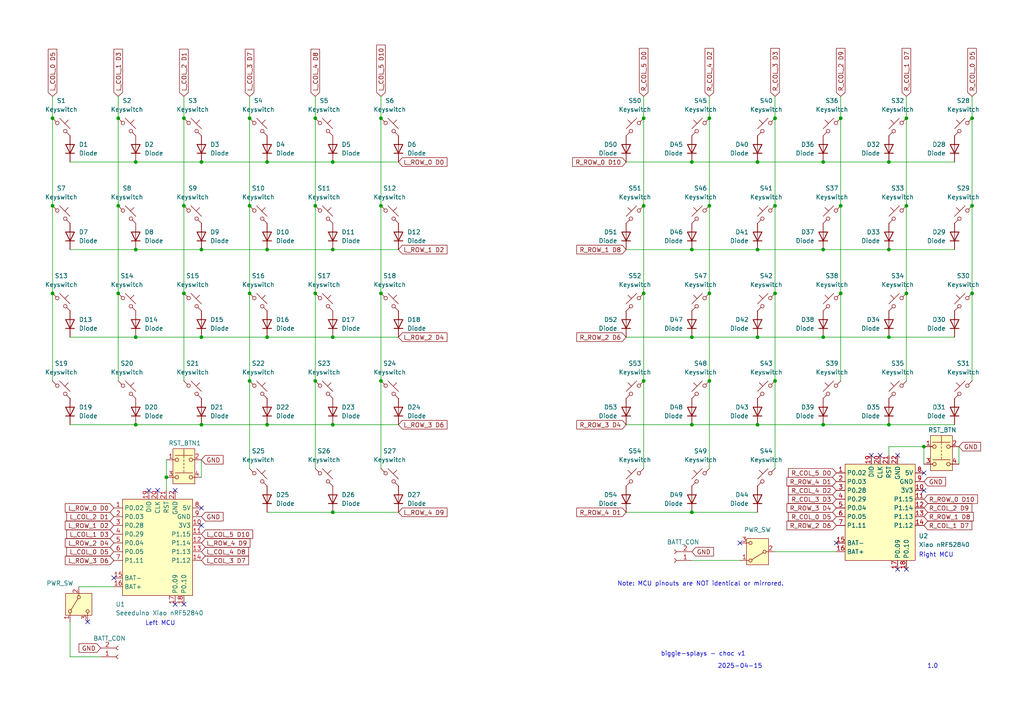
<source format=kicad_sch>
(kicad_sch (version 20250114) (generator "eeschema") (generator_version "9.0")
  (paper "A4")
  (text "Note: MCU pinouts are NOT identical or mirrored." (at 203.2 169.418 0) (effects (font (size 1.27 1.27))))
  (text "Left MCU" (at 46.482 180.848 0) (effects (font (size 1.27 1.27))))
  (text "2025-04-15" (at 214.63 193.294 0) (effects (font (size 1.27 1.27))))
  (text "biggie-splays - choc v1" (at 203.962 189.738 0) (effects (font (size 1.27 1.27))))
  (text "Right MCU" (at 271.526 161.036 0) (effects (font (size 1.27 1.27))))
  (text "1.0" (at 270.51 193.294 0) (effects (font (size 1.27 1.27))))
  (junction (at 53.34 34.29))
  (junction (at 39.37 97.79))
  (junction (at 110.49 34.29))
  (junction (at 96.52 72.39))
  (junction (at 243.84 34.29))
  (junction (at 96.52 46.99))
  (junction (at 58.42 123.19))
  (junction (at 48.26 138.43))
  (junction (at 34.29 34.29))
  (junction (at 262.89 34.29))
  (junction (at 200.66 72.39))
  (junction (at 200.66 123.19))
  (junction (at 257.81 97.79))
  (junction (at 281.94 59.69))
  (junction (at 243.84 85.09))
  (junction (at 186.69 59.69))
  (junction (at 200.66 148.59))
  (junction (at 243.84 59.69))
  (junction (at 224.79 59.69))
  (junction (at 53.34 59.69))
  (junction (at 72.39 85.09))
  (junction (at 72.39 59.69))
  (junction (at 205.74 59.69))
  (junction (at 96.52 123.19))
  (junction (at 186.69 34.29))
  (junction (at 34.29 85.09))
  (junction (at 15.24 34.29))
  (junction (at 205.74 85.09))
  (junction (at 39.37 123.19))
  (junction (at 77.47 97.79))
  (junction (at 267.97 129.54))
  (junction (at 205.74 34.29))
  (junction (at 205.74 110.49))
  (junction (at 224.79 110.49))
  (junction (at 72.39 110.49))
  (junction (at 96.52 97.79))
  (junction (at 219.71 72.39))
  (junction (at 58.42 97.79))
  (junction (at 91.44 34.29))
  (junction (at 219.71 97.79))
  (junction (at 34.29 59.69))
  (junction (at 186.69 85.09))
  (junction (at 72.39 34.29))
  (junction (at 224.79 34.29))
  (junction (at 281.94 34.29))
  (junction (at 77.47 46.99))
  (junction (at 39.37 46.99))
  (junction (at 15.24 85.09))
  (junction (at 91.44 110.49))
  (junction (at 200.66 46.99))
  (junction (at 77.47 123.19))
  (junction (at 257.81 72.39))
  (junction (at 219.71 123.19))
  (junction (at 257.81 46.99))
  (junction (at 110.49 59.69))
  (junction (at 91.44 85.09))
  (junction (at 77.47 72.39))
  (junction (at 262.89 85.09))
  (junction (at 219.71 46.99))
  (junction (at 238.76 72.39))
  (junction (at 238.76 46.99))
  (junction (at 238.76 123.19))
  (junction (at 281.94 85.09))
  (junction (at 262.89 59.69))
  (junction (at 224.79 85.09))
  (junction (at 96.52 148.59))
  (junction (at 110.49 85.09))
  (junction (at 91.44 59.69))
  (junction (at 257.81 123.19))
  (junction (at 58.42 72.39))
  (junction (at 58.42 46.99))
  (junction (at 39.37 72.39))
  (junction (at 200.66 97.79))
  (junction (at 15.24 59.69))
  (junction (at 186.69 110.49))
  (junction (at 53.34 85.09))
  (junction (at 110.49 110.49))
  (junction (at 238.76 97.79))
  (no_connect (at 58.42 147.32))
  (no_connect (at 255.27 132.08))
  (no_connect (at 25.4 180.34))
  (no_connect (at 58.42 152.4))
  (no_connect (at 267.97 137.16))
  (no_connect (at 260.35 165.1))
  (no_connect (at 43.18 142.24))
  (no_connect (at 214.63 157.48))
  (no_connect (at 50.8 142.24))
  (no_connect (at 267.97 142.24))
  (no_connect (at 50.8 175.26))
  (no_connect (at 262.89 165.1))
  (no_connect (at 252.73 132.08))
  (no_connect (at 53.34 175.26))
  (no_connect (at 33.02 167.64))
  (no_connect (at 242.57 157.48))
  (no_connect (at 45.72 142.24))
  (no_connect (at 260.35 132.08))
  (wire (pts (xy 34.29 34.29) (xy 34.29 59.69)))
  (wire (pts (xy 243.84 27.94) (xy 243.84 34.29)))
  (wire (pts (xy 39.37 123.19) (xy 58.42 123.19)))
  (wire (pts (xy 96.52 46.99) (xy 115.57 46.99)))
  (wire (pts (xy 72.39 110.49) (xy 72.39 135.89)))
  (wire (pts (xy 262.89 59.69) (xy 262.89 85.09)))
  (wire (pts (xy 39.37 97.79) (xy 58.42 97.79)))
  (wire (pts (xy 262.89 34.29) (xy 262.89 59.69)))
  (wire (pts (xy 267.97 129.54) (xy 267.97 134.62)))
  (wire (pts (xy 110.49 59.69) (xy 110.49 85.09)))
  (wire (pts (xy 48.26 138.43) (xy 48.26 142.24)))
  (wire (pts (xy 91.44 110.49) (xy 91.44 135.89)))
  (wire (pts (xy 257.81 132.08) (xy 257.81 129.54)))
  (wire (pts (xy 186.69 110.49) (xy 186.69 135.89)))
  (wire (pts (xy 276.86 72.39) (xy 257.81 72.39)))
  (wire (pts (xy 243.84 85.09) (xy 243.84 110.49)))
  (wire (pts (xy 224.79 59.69) (xy 224.79 85.09)))
  (wire (pts (xy 257.81 97.79) (xy 238.76 97.79)))
  (wire (pts (xy 110.49 85.09) (xy 110.49 110.49)))
  (wire (pts (xy 257.81 123.19) (xy 238.76 123.19)))
  (wire (pts (xy 219.71 97.79) (xy 200.66 97.79)))
  (wire (pts (xy 205.74 34.29) (xy 205.74 59.69)))
  (wire (pts (xy 281.94 27.94) (xy 281.94 34.29)))
  (wire (pts (xy 39.37 72.39) (xy 58.42 72.39)))
  (wire (pts (xy 72.39 34.29) (xy 72.39 59.69)))
  (wire (pts (xy 77.47 72.39) (xy 96.52 72.39)))
  (wire (pts (xy 58.42 46.99) (xy 77.47 46.99)))
  (wire (pts (xy 15.24 27.94) (xy 15.24 34.29)))
  (wire (pts (xy 110.49 27.94) (xy 110.49 34.29)))
  (wire (pts (xy 20.32 190.5) (xy 29.21 190.5)))
  (wire (pts (xy 200.66 162.56) (xy 214.63 162.56)))
  (wire (pts (xy 262.89 27.94) (xy 262.89 34.29)))
  (wire (pts (xy 34.29 27.94) (xy 34.29 34.29)))
  (wire (pts (xy 186.69 27.94) (xy 186.69 34.29)))
  (wire (pts (xy 257.81 72.39) (xy 238.76 72.39)))
  (wire (pts (xy 77.47 148.59) (xy 96.52 148.59)))
  (wire (pts (xy 96.52 97.79) (xy 115.57 97.79)))
  (wire (pts (xy 96.52 72.39) (xy 115.57 72.39)))
  (wire (pts (xy 110.49 110.49) (xy 110.49 135.89)))
  (wire (pts (xy 243.84 59.69) (xy 243.84 85.09)))
  (wire (pts (xy 186.69 34.29) (xy 186.69 59.69)))
  (wire (pts (xy 200.66 123.19) (xy 181.61 123.19)))
  (wire (pts (xy 77.47 46.99) (xy 96.52 46.99)))
  (wire (pts (xy 276.86 46.99) (xy 257.81 46.99)))
  (wire (pts (xy 238.76 97.79) (xy 219.71 97.79)))
  (wire (pts (xy 96.52 123.19) (xy 115.57 123.19)))
  (wire (pts (xy 238.76 72.39) (xy 219.71 72.39)))
  (wire (pts (xy 58.42 97.79) (xy 77.47 97.79)))
  (wire (pts (xy 224.79 27.94) (xy 224.79 34.29)))
  (wire (pts (xy 58.42 123.19) (xy 77.47 123.19)))
  (wire (pts (xy 224.79 110.49) (xy 224.79 135.89)))
  (wire (pts (xy 186.69 85.09) (xy 186.69 110.49)))
  (wire (pts (xy 281.94 34.29) (xy 281.94 59.69)))
  (wire (pts (xy 53.34 59.69) (xy 53.34 85.09)))
  (wire (pts (xy 205.74 27.94) (xy 205.74 34.29)))
  (wire (pts (xy 72.39 27.94) (xy 72.39 34.29)))
  (wire (pts (xy 238.76 123.19) (xy 219.71 123.19)))
  (wire (pts (xy 219.71 123.19) (xy 200.66 123.19)))
  (wire (pts (xy 34.29 59.69) (xy 34.29 85.09)))
  (wire (pts (xy 20.32 180.34) (xy 20.32 190.5)))
  (wire (pts (xy 200.66 46.99) (xy 181.61 46.99)))
  (wire (pts (xy 219.71 72.39) (xy 200.66 72.39)))
  (wire (pts (xy 91.44 59.69) (xy 91.44 85.09)))
  (wire (pts (xy 39.37 46.99) (xy 58.42 46.99)))
  (wire (pts (xy 22.86 170.18) (xy 33.02 170.18)))
  (wire (pts (xy 205.74 110.49) (xy 205.74 135.89)))
  (wire (pts (xy 91.44 34.29) (xy 91.44 59.69)))
  (wire (pts (xy 72.39 59.69) (xy 72.39 85.09)))
  (wire (pts (xy 53.34 85.09) (xy 53.34 110.49)))
  (wire (pts (xy 20.32 123.19) (xy 39.37 123.19)))
  (wire (pts (xy 243.84 34.29) (xy 243.84 59.69)))
  (wire (pts (xy 238.76 46.99) (xy 219.71 46.99)))
  (wire (pts (xy 219.71 148.59) (xy 200.66 148.59)))
  (wire (pts (xy 276.86 97.79) (xy 257.81 97.79)))
  (wire (pts (xy 77.47 97.79) (xy 96.52 97.79)))
  (wire (pts (xy 34.29 85.09) (xy 34.29 110.49)))
  (wire (pts (xy 224.79 85.09) (xy 224.79 110.49)))
  (wire (pts (xy 262.89 85.09) (xy 262.89 110.49)))
  (wire (pts (xy 77.47 123.19) (xy 96.52 123.19)))
  (wire (pts (xy 72.39 85.09) (xy 72.39 110.49)))
  (wire (pts (xy 53.34 34.29) (xy 53.34 59.69)))
  (wire (pts (xy 205.74 85.09) (xy 205.74 110.49)))
  (wire (pts (xy 200.66 148.59) (xy 181.61 148.59)))
  (wire (pts (xy 257.81 129.54) (xy 267.97 129.54)))
  (wire (pts (xy 15.24 85.09) (xy 15.24 110.49)))
  (wire (pts (xy 276.86 123.19) (xy 257.81 123.19)))
  (wire (pts (xy 257.81 46.99) (xy 238.76 46.99)))
  (wire (pts (xy 224.79 160.02) (xy 242.57 160.02)))
  (wire (pts (xy 200.66 97.79) (xy 181.61 97.79)))
  (wire (pts (xy 186.69 59.69) (xy 186.69 85.09)))
  (wire (pts (xy 91.44 85.09) (xy 91.44 110.49)))
  (wire (pts (xy 15.24 34.29) (xy 15.24 59.69)))
  (wire (pts (xy 48.26 133.35) (xy 48.26 138.43)))
  (wire (pts (xy 281.94 85.09) (xy 281.94 110.49)))
  (wire (pts (xy 58.42 72.39) (xy 77.47 72.39)))
  (wire (pts (xy 15.24 59.69) (xy 15.24 85.09)))
  (wire (pts (xy 278.13 129.54) (xy 278.13 134.62)))
  (wire (pts (xy 91.44 27.94) (xy 91.44 34.29)))
  (wire (pts (xy 53.34 27.94) (xy 53.34 34.29)))
  (wire (pts (xy 200.66 72.39) (xy 181.61 72.39)))
  (wire (pts (xy 224.79 34.29) (xy 224.79 59.69)))
  (wire (pts (xy 20.32 72.39) (xy 39.37 72.39)))
  (wire (pts (xy 20.32 97.79) (xy 39.37 97.79)))
  (wire (pts (xy 20.32 46.99) (xy 39.37 46.99)))
  (wire (pts (xy 205.74 59.69) (xy 205.74 85.09)))
  (wire (pts (xy 58.42 133.35) (xy 58.42 138.43)))
  (wire (pts (xy 110.49 34.29) (xy 110.49 59.69)))
  (wire (pts (xy 96.52 148.59) (xy 115.57 148.59)))
  (wire (pts (xy 281.94 59.69) (xy 281.94 85.09)))
  (wire (pts (xy 219.71 46.99) (xy 200.66 46.99)))
  (global_label "L_COL_3 D7" (shape input) (at 72.39 27.94 90) (property "Intersheetrefs" "${INTERSHEET_REFS}" (effects (hide yes))))
  (global_label "R_ROW_3 D4" (shape input) (at 242.57 147.32 180) (property "Intersheetrefs" "${INTERSHEET_REFS}" (effects (hide yes))))
  (global_label "L_ROW_4 D9" (shape input) (at 115.57 148.59 0) (property "Intersheetrefs" "${INTERSHEET_REFS}" (effects (hide yes))))
  (global_label "L_COL_4 D8" (shape input) (at 58.42 160.02 0) (property "Intersheetrefs" "${INTERSHEET_REFS}" (effects (hide yes))))
  (global_label "R_COL_4 D2" (shape input) (at 205.74 27.94 90) (property "Intersheetrefs" "${INTERSHEET_REFS}" (effects (hide yes))))
  (global_label "R_ROW_3 D4" (shape input) (at 181.61 123.19 180) (property "Intersheetrefs" "${INTERSHEET_REFS}" (effects (hide yes))))
  (global_label "L_COL_1 D3" (shape input) (at 34.29 27.94 90) (property "Intersheetrefs" "${INTERSHEET_REFS}" (effects (hide yes))))
  (global_label "L_COL_5 D10" (shape input) (at 110.49 27.94 90) (property "Intersheetrefs" "${INTERSHEET_REFS}" (effects (hide yes))))
  (global_label "R_ROW_0 D10" (shape input) (at 181.61 46.99 180) (property "Intersheetrefs" "${INTERSHEET_REFS}" (effects (hide yes))))
  (global_label "GND" (shape input) (at 278.13 129.54 0) (property "Intersheetrefs" "${INTERSHEET_REFS}" (effects (hide yes))))
  (global_label "L_ROW_2 D4" (shape input) (at 33.02 157.48 180) (property "Intersheetrefs" "${INTERSHEET_REFS}" (effects (hide yes))))
  (global_label "R_ROW_4 D1" (shape input) (at 181.61 148.59 180) (property "Intersheetrefs" "${INTERSHEET_REFS}" (effects (hide yes))))
  (global_label "L_ROW_2 D4" (shape input) (at 115.57 97.79 0) (property "Intersheetrefs" "${INTERSHEET_REFS}" (effects (hide yes))))
  (global_label "L_COL_4 D8" (shape input) (at 91.44 27.94 90) (property "Intersheetrefs" "${INTERSHEET_REFS}" (effects (hide yes))))
  (global_label "R_COL_3 D3" (shape input) (at 242.57 144.78 180) (property "Intersheetrefs" "${INTERSHEET_REFS}" (effects (hide yes))))
  (global_label "R_COL_2 D9" (shape input) (at 243.84 27.94 90) (property "Intersheetrefs" "${INTERSHEET_REFS}" (effects (hide yes))))
  (global_label "GND" (shape input) (at 267.97 139.7 0) (property "Intersheetrefs" "${INTERSHEET_REFS}" (effects (hide yes))))
  (global_label "R_ROW_1 D8" (shape input) (at 267.97 149.86 0) (property "Intersheetrefs" "${INTERSHEET_REFS}" (effects (hide yes))))
  (global_label "R_COL_2 D9" (shape input) (at 267.97 147.32 0) (property "Intersheetrefs" "${INTERSHEET_REFS}" (effects (hide yes))))
  (global_label "R_COL_3 D3" (shape input) (at 224.79 27.94 90) (property "Intersheetrefs" "${INTERSHEET_REFS}" (effects (hide yes))))
  (global_label "L_COL_3 D7" (shape input) (at 58.42 162.56 0) (property "Intersheetrefs" "${INTERSHEET_REFS}" (effects (hide yes))))
  (global_label "L_ROW_1 D2" (shape input) (at 115.57 72.39 0) (property "Intersheetrefs" "${INTERSHEET_REFS}" (effects (hide yes))))
  (global_label "L_ROW_0 D0" (shape input) (at 33.02 147.32 180) (property "Intersheetrefs" "${INTERSHEET_REFS}" (effects (hide yes))))
  (global_label "L_COL_2 D1" (shape input) (at 53.34 27.94 90) (property "Intersheetrefs" "${INTERSHEET_REFS}" (effects (hide yes))))
  (global_label "R_ROW_1 D8" (shape input) (at 181.61 72.39 180) (property "Intersheetrefs" "${INTERSHEET_REFS}" (effects (hide yes))))
  (global_label "R_ROW_0 D10" (shape input) (at 267.97 144.78 0) (property "Intersheetrefs" "${INTERSHEET_REFS}" (effects (hide yes))))
  (global_label "GND" (shape input) (at 200.66 160.02 0) (property "Intersheetrefs" "${INTERSHEET_REFS}" (effects (hide yes))))
  (global_label "L_COL_5 D10" (shape input) (at 58.42 154.94 0) (property "Intersheetrefs" "${INTERSHEET_REFS}" (effects (hide yes))))
  (global_label "L_COL_2 D1" (shape input) (at 33.02 149.86 180) (property "Intersheetrefs" "${INTERSHEET_REFS}" (effects (hide yes))))
  (global_label "GND" (shape input) (at 58.42 149.86 0) (property "Intersheetrefs" "${INTERSHEET_REFS}" (effects (hide yes))))
  (global_label "L_ROW_0 D0" (shape input) (at 115.57 46.99 0) (property "Intersheetrefs" "${INTERSHEET_REFS}" (effects (hide yes))))
  (global_label "L_COL_0 D5" (shape input) (at 33.02 160.02 180) (property "Intersheetrefs" "${INTERSHEET_REFS}" (effects (hide yes))))
  (global_label "L_ROW_3 D6" (shape input) (at 115.57 123.19 0) (property "Intersheetrefs" "${INTERSHEET_REFS}" (effects (hide yes))))
  (global_label "L_ROW_1 D2" (shape input) (at 33.02 152.4 180) (property "Intersheetrefs" "${INTERSHEET_REFS}" (effects (hide yes))))
  (global_label "R_COL_0 D5" (shape input) (at 281.94 27.94 90) (property "Intersheetrefs" "${INTERSHEET_REFS}" (effects (hide yes))))
  (global_label "R_COL_1 D7" (shape input) (at 262.89 27.94 90) (property "Intersheetrefs" "${INTERSHEET_REFS}" (effects (hide yes))))
  (global_label "GND" (shape input) (at 58.42 133.35 0) (property "Intersheetrefs" "${INTERSHEET_REFS}" (effects (hide yes))))
  (global_label "R_COL_0 D5" (shape input) (at 242.57 149.86 180) (property "Intersheetrefs" "${INTERSHEET_REFS}" (effects (hide yes))))
  (global_label "L_ROW_4 D9" (shape input) (at 58.42 157.48 0) (property "Intersheetrefs" "${INTERSHEET_REFS}" (effects (hide yes))))
  (global_label "L_COL_0 D5" (shape input) (at 15.24 27.94 90) (property "Intersheetrefs" "${INTERSHEET_REFS}" (effects (hide yes))))
  (global_label "R_COL_5 D0" (shape input) (at 242.57 137.16 180) (property "Intersheetrefs" "${INTERSHEET_REFS}" (effects (hide yes))))
  (global_label "R_ROW_2 D6" (shape input) (at 242.57 152.4 180) (property "Intersheetrefs" "${INTERSHEET_REFS}" (effects (hide yes))))
  (global_label "R_ROW_4 D1" (shape input) (at 242.57 139.7 180) (property "Intersheetrefs" "${INTERSHEET_REFS}" (effects (hide yes))))
  (global_label "R_ROW_2 D6" (shape input) (at 181.61 97.79 180) (property "Intersheetrefs" "${INTERSHEET_REFS}" (effects (hide yes))))
  (global_label "R_COL_4 D2" (shape input) (at 242.57 142.24 180) (property "Intersheetrefs" "${INTERSHEET_REFS}" (effects (hide yes))))
  (global_label "L_COL_1 D3" (shape input) (at 33.02 154.94 180) (property "Intersheetrefs" "${INTERSHEET_REFS}" (effects (hide yes))))
  (global_label "L_ROW_3 D6" (shape input) (at 33.02 162.56 180) (property "Intersheetrefs" "${INTERSHEET_REFS}" (effects (hide yes))))
  (global_label "R_COL_5 D0" (shape input) (at 186.69 27.94 90) (property "Intersheetrefs" "${INTERSHEET_REFS}" (effects (hide yes))))
  (global_label "R_COL_1 D7" (shape input) (at 267.97 152.4 0) (property "Intersheetrefs" "${INTERSHEET_REFS}" (effects (hide yes))))
  (global_label "GND" (shape input) (at 29.21 187.96 180) (property "Intersheetrefs" "${INTERSHEET_REFS}" (effects (hide yes))))
  (symbol (lib_id "Connector:Conn_01x02_Socket") (at 195.58 162.56 180) (unit 1)
    (property "Reference" "J1" (effects (hide yes)))
    (property "Value" "BATT_CON" (at 198.12 157.226 0))
    (property "Description" "Generic connector, single row, 01x02, script generated" (effects (hide yes)))
  )
  (symbol (lib_id "ScottoKeebs:Placeholder_Diode") (at 200.66 43.18 270) (mirror x) (unit 1)
    (property "Reference" "D45" (at 198.12 41.9099 90) (effects (justify right)))
    (property "Value" "Diode" (at 198.12 44.4499 90) (effects (justify right)))
    (property "Description" "1N4148 (DO-35) or 1N4148W (SOD-123)" (effects (hide yes)))
    (property "Sim.Device" "D" (effects (hide yes)))
    (property "Sim.Pins" "1=K 2=A" (effects (hide yes)))
  )
  (symbol (lib_id "ScottoKeebs:Placeholder_Keyswitch") (at 279.4 36.83 0) (mirror y) (unit 1)
    (property "Reference" "S28" (at 279.4 29.21 0))
    (property "Value" "Keyswitch" (at 279.4 31.75 0))
    (property "Description" "Push button switch, normally open, two pins, 45° tilted" (effects (hide yes)))
  )
  (symbol (lib_id "ScottoKeebs:Placeholder_Keyswitch") (at 113.03 113.03 0) (unit 1)
    (property "Reference" "S24" (at 113.03 105.41 0))
    (property "Value" "Keyswitch" (at 113.03 107.95 0))
    (property "Description" "Push button switch, normally open, two pins, 45° tilted" (effects (hide yes)))
  )
  (symbol (lib_id "ScottoKeebs:Placeholder_Keyswitch") (at 93.98 87.63 0) (unit 1)
    (property "Reference" "S17" (at 93.98 80.01 0))
    (property "Value" "Keyswitch" (at 93.98 82.55 0))
    (property "Description" "Push button switch, normally open, two pins, 45° tilted" (effects (hide yes)))
  )
  (symbol (lib_id "ScottoKeebs:Placeholder_Diode") (at 219.71 43.18 270) (mirror x) (unit 1)
    (property "Reference" "D40" (at 217.17 41.9099 90) (effects (justify right)))
    (property "Value" "Diode" (at 217.17 44.4499 90) (effects (justify right)))
    (property "Description" "1N4148 (DO-35) or 1N4148W (SOD-123)" (effects (hide yes)))
    (property "Sim.Device" "D" (effects (hide yes)))
    (property "Sim.Pins" "1=K 2=A" (effects (hide yes)))
  )
  (symbol (lib_id "ScottoKeebs:Placeholder_Diode") (at 276.86 93.98 270) (mirror x) (unit 1)
    (property "Reference" "D30" (at 274.32 92.7099 90) (effects (justify right)))
    (property "Value" "Diode" (at 274.32 95.2499 90) (effects (justify right)))
    (property "Description" "1N4148 (DO-35) or 1N4148W (SOD-123)" (effects (hide yes)))
    (property "Sim.Device" "D" (effects (hide yes)))
    (property "Sim.Pins" "1=K 2=A" (effects (hide yes)))
  )
  (symbol (lib_id "ScottoKeebs:Placeholder_Keyswitch") (at 113.03 138.43 0) (unit 1)
    (property "Reference" "S27" (at 113.03 130.81 0))
    (property "Value" "Keyswitch" (at 113.03 133.35 0))
    (property "Description" "Push button switch, normally open, two pins, 45° tilted" (effects (hide yes)))
  )
  (symbol (lib_id "ScottoKeebs:Placeholder_Diode") (at 257.81 119.38 270) (mirror x) (unit 1)
    (property "Reference" "D35" (at 255.27 118.1099 90) (effects (justify right)))
    (property "Value" "Diode" (at 255.27 120.6499 90) (effects (justify right)))
    (property "Description" "1N4148 (DO-35) or 1N4148W (SOD-123)" (effects (hide yes)))
    (property "Sim.Device" "D" (effects (hide yes)))
    (property "Sim.Pins" "1=K 2=A" (effects (hide yes)))
  )
  (symbol (lib_id "ScottoKeebs:Placeholder_Diode") (at 219.71 68.58 270) (mirror x) (unit 1)
    (property "Reference" "D41" (at 217.17 67.3099 90) (effects (justify right)))
    (property "Value" "Diode" (at 217.17 69.8499 90) (effects (justify right)))
    (property "Description" "1N4148 (DO-35) or 1N4148W (SOD-123)" (effects (hide yes)))
    (property "Sim.Device" "D" (effects (hide yes)))
    (property "Sim.Pins" "1=K 2=A" (effects (hide yes)))
  )
  (symbol (lib_id "ScottoKeebs:Placeholder_Keyswitch") (at 222.25 138.43 0) (mirror y) (unit 1)
    (property "Reference" "S44" (at 222.25 130.81 0))
    (property "Value" "Keyswitch" (at 222.25 133.35 0))
    (property "Description" "Push button switch, normally open, two pins, 45° tilted" (effects (hide yes)))
  )
  (symbol (lib_id "ScottoKeebs:Placeholder_Keyswitch") (at 241.3 36.83 0) (mirror y) (unit 1)
    (property "Reference" "S36" (at 241.3 29.21 0))
    (property "Value" "Keyswitch" (at 241.3 31.75 0))
    (property "Description" "Push button switch, normally open, two pins, 45° tilted" (effects (hide yes)))
  )
  (symbol (lib_id "marbastlib-promicroish:Seeeduino_Xiao_nRF52840") (at 255.27 151.13 0) (unit 1) (in_bom no)
    (property "Reference" "U2" (at 266.446 155.448 0) (effects (justify left)))
    (property "Value" "Xiao nRF52840" (at 266.446 157.988 0) (effects (justify left)))
    (property "Footprint" "PCM_marbastlib-xp-promicroish:Xiao_nRF52840_ACH" (effects (hide yes)))
    (property "Description" "Symbol for a Seeeduino Xiao nRF52840" (effects (hide yes)))
  )
  (symbol (lib_id "ScottoKeebs:Placeholder_Diode") (at 238.76 43.18 270) (mirror x) (unit 1)
    (property "Reference" "D36" (at 236.22 41.9099 90) (effects (justify right)))
    (property "Value" "Diode" (at 236.22 44.4499 90) (effects (justify right)))
    (property "Description" "1N4148 (DO-35) or 1N4148W (SOD-123)" (effects (hide yes)))
    (property "Sim.Device" "D" (effects (hide yes)))
    (property "Sim.Pins" "1=K 2=A" (effects (hide yes)))
  )
  (symbol (lib_id "ScottoKeebs:Placeholder_Keyswitch") (at 74.93 62.23 0) (unit 1)
    (property "Reference" "S10" (at 74.93 54.61 0))
    (property "Value" "Keyswitch" (at 74.93 57.15 0))
    (property "Description" "Push button switch, normally open, two pins, 45° tilted" (effects (hide yes)))
  )
  (symbol (lib_id "ScottoKeebs:Placeholder_Diode") (at 58.42 43.18 90) (unit 1)
    (property "Reference" "D3" (at 60.96 41.9099 90) (effects (justify right)))
    (property "Value" "Diode" (at 60.96 44.4499 90) (effects (justify right)))
    (property "Description" "1N4148 (DO-35) or 1N4148W (SOD-123)" (effects (hide yes)))
    (property "Sim.Device" "D" (effects (hide yes)))
    (property "Sim.Pins" "1=K 2=A" (effects (hide yes)))
  )
  (symbol (lib_id "ScottoKeebs:Placeholder_Diode") (at 77.47 68.58 90) (unit 1)
    (property "Reference" "D10" (at 80.01 67.3099 90) (effects (justify right)))
    (property "Value" "Diode" (at 80.01 69.8499 90) (effects (justify right)))
    (property "Description" "1N4148 (DO-35) or 1N4148W (SOD-123)" (effects (hide yes)))
    (property "Sim.Device" "D" (effects (hide yes)))
    (property "Sim.Pins" "1=K 2=A" (effects (hide yes)))
  )
  (symbol (lib_id "ScottoKeebs:Placeholder_Keyswitch") (at 113.03 36.83 0) (unit 1)
    (property "Reference" "S6" (at 113.03 29.21 0))
    (property "Value" "Keyswitch" (at 113.03 31.75 0))
    (property "Description" "Push button switch, normally open, two pins, 45° tilted" (effects (hide yes)))
  )
  (symbol (lib_id "ScottoKeebs:Placeholder_Diode") (at 219.71 144.78 270) (mirror x) (unit 1)
    (property "Reference" "D44" (at 217.17 143.5099 90) (effects (justify right)))
    (property "Value" "Diode" (at 217.17 146.0499 90) (effects (justify right)))
    (property "Description" "1N4148 (DO-35) or 1N4148W (SOD-123)" (effects (hide yes)))
    (property "Sim.Device" "D" (effects (hide yes)))
    (property "Sim.Pins" "1=K 2=A" (effects (hide yes)))
  )
  (symbol (lib_id "ScottoKeebs:Placeholder_Keyswitch") (at 17.78 62.23 0) (unit 1)
    (property "Reference" "S7" (at 17.78 54.61 0))
    (property "Value" "Keyswitch" (at 17.78 57.15 0))
    (property "Description" "Push button switch, normally open, two pins, 45° tilted" (effects (hide yes)))
  )
  (symbol (lib_id "ScottoKeebs:Placeholder_Keyswitch") (at 279.4 87.63 0) (mirror y) (unit 1)
    (property "Reference" "S30" (at 279.4 80.01 0))
    (property "Value" "Keyswitch" (at 279.4 82.55 0))
    (property "Description" "Push button switch, normally open, two pins, 45° tilted" (effects (hide yes)))
  )
  (symbol (lib_id "ScottoKeebs:Placeholder_Keyswitch") (at 260.35 113.03 0) (mirror y) (unit 1)
    (property "Reference" "S35" (at 260.35 105.41 0))
    (property "Value" "Keyswitch" (at 260.35 107.95 0))
    (property "Description" "Push button switch, normally open, two pins, 45° tilted" (effects (hide yes)))
  )
  (symbol (lib_id "ScottoKeebs:Placeholder_Keyswitch") (at 113.03 87.63 0) (unit 1)
    (property "Reference" "S18" (at 113.03 80.01 0))
    (property "Value" "Keyswitch" (at 113.03 82.55 0))
    (property "Description" "Push button switch, normally open, two pins, 45° tilted" (effects (hide yes)))
  )
  (symbol (lib_id "ScottoKeebs:Placeholder_Diode") (at 58.42 93.98 90) (unit 1)
    (property "Reference" "D15" (at 60.96 92.7099 90) (effects (justify right)))
    (property "Value" "Diode" (at 60.96 95.2499 90) (effects (justify right)))
    (property "Description" "1N4148 (DO-35) or 1N4148W (SOD-123)" (effects (hide yes)))
    (property "Sim.Device" "D" (effects (hide yes)))
    (property "Sim.Pins" "1=K 2=A" (effects (hide yes)))
  )
  (symbol (lib_id "ScottoKeebs:Placeholder_Diode") (at 200.66 68.58 270) (mirror x) (unit 1)
    (property "Reference" "D46" (at 198.12 67.3099 90) (effects (justify right)))
    (property "Value" "Diode" (at 198.12 69.8499 90) (effects (justify right)))
    (property "Description" "1N4148 (DO-35) or 1N4148W (SOD-123)" (effects (hide yes)))
    (property "Sim.Device" "D" (effects (hide yes)))
    (property "Sim.Pins" "1=K 2=A" (effects (hide yes)))
  )
  (symbol (lib_id "ScottoKeebs:Placeholder_Diode") (at 181.61 43.18 270) (mirror x) (unit 1)
    (property "Reference" "D50" (at 179.07 41.9099 90) (effects (justify right)))
    (property "Value" "Diode" (at 179.07 44.4499 90) (effects (justify right)))
    (property "Description" "1N4148 (DO-35) or 1N4148W (SOD-123)" (effects (hide yes)))
    (property "Sim.Device" "D" (effects (hide yes)))
    (property "Sim.Pins" "1=K 2=A" (effects (hide yes)))
  )
  (symbol (lib_id "ScottoKeebs:Placeholder_Keyswitch") (at 55.88 113.03 0) (unit 1)
    (property "Reference" "S21" (at 55.88 105.41 0))
    (property "Value" "Keyswitch" (at 55.88 107.95 0))
    (property "Description" "Push button switch, normally open, two pins, 45° tilted" (effects (hide yes)))
  )
  (symbol (lib_id "ScottoKeebs:Placeholder_Diode") (at 77.47 93.98 90) (unit 1)
    (property "Reference" "D16" (at 80.01 92.7099 90) (effects (justify right)))
    (property "Value" "Diode" (at 80.01 95.2499 90) (effects (justify right)))
    (property "Description" "1N4148 (DO-35) or 1N4148W (SOD-123)" (effects (hide yes)))
    (property "Sim.Device" "D" (effects (hide yes)))
    (property "Sim.Pins" "1=K 2=A" (effects (hide yes)))
  )
  (symbol (lib_id "ScottoKeebs:Placeholder_Diode") (at 115.57 144.78 90) (unit 1)
    (property "Reference" "D27" (at 118.11 143.5099 90) (effects (justify right)))
    (property "Value" "Diode" (at 118.11 146.0499 90) (effects (justify right)))
    (property "Description" "1N4148 (DO-35) or 1N4148W (SOD-123)" (effects (hide yes)))
    (property "Sim.Device" "D" (effects (hide yes)))
    (property "Sim.Pins" "1=K 2=A" (effects (hide yes)))
  )
  (symbol (lib_id "ScottoKeebs:Placeholder_Keyswitch") (at 203.2 62.23 0) (mirror y) (unit 1)
    (property "Reference" "S46" (at 203.2 54.61 0))
    (property "Value" "Keyswitch" (at 203.2 57.15 0))
    (property "Description" "Push button switch, normally open, two pins, 45° tilted" (effects (hide yes)))
  )
  (symbol (lib_id "ScottoKeebs:Placeholder_Keyswitch") (at 222.25 113.03 0) (mirror y) (unit 1)
    (property "Reference" "S43" (at 222.25 105.41 0))
    (property "Value" "Keyswitch" (at 222.25 107.95 0))
    (property "Description" "Push button switch, normally open, two pins, 45° tilted" (effects (hide yes)))
  )
  (symbol (lib_id "ScottoKeebs:Placeholder_Keyswitch") (at 36.83 36.83 0) (unit 1)
    (property "Reference" "S2" (at 36.83 29.21 0))
    (property "Value" "Keyswitch" (at 36.83 31.75 0))
    (property "Description" "Push button switch, normally open, two pins, 45° tilted" (effects (hide yes)))
  )
  (symbol (lib_id "ScottoKeebs:Placeholder_Diode") (at 20.32 93.98 90) (unit 1)
    (property "Reference" "D13" (at 22.86 92.7099 90) (effects (justify right)))
    (property "Value" "Diode" (at 22.86 95.2499 90) (effects (justify right)))
    (property "Description" "1N4148 (DO-35) or 1N4148W (SOD-123)" (effects (hide yes)))
    (property "Sim.Device" "D" (effects (hide yes)))
    (property "Sim.Pins" "1=K 2=A" (effects (hide yes)))
  )
  (symbol (lib_id "ScottoKeebs:Placeholder_Diode") (at 58.42 68.58 90) (unit 1)
    (property "Reference" "D9" (at 60.96 67.3099 90) (effects (justify right)))
    (property "Value" "Diode" (at 60.96 69.8499 90) (effects (justify right)))
    (property "Description" "1N4148 (DO-35) or 1N4148W (SOD-123)" (effects (hide yes)))
    (property "Sim.Device" "D" (effects (hide yes)))
    (property "Sim.Pins" "1=K 2=A" (effects (hide yes)))
  )
  (symbol (lib_id "ScottoKeebs:Placeholder_Keyswitch") (at 260.35 62.23 0) (mirror y) (unit 1)
    (property "Reference" "S33" (at 260.35 54.61 0))
    (property "Value" "Keyswitch" (at 260.35 57.15 0))
    (property "Description" "Push button switch, normally open, two pins, 45° tilted" (effects (hide yes)))
  )
  (symbol (lib_id "ScottoKeebs:Placeholder_Keyswitch") (at 203.2 138.43 0) (mirror y) (unit 1)
    (property "Reference" "S49" (at 203.2 130.81 0))
    (property "Value" "Keyswitch" (at 203.2 133.35 0))
    (property "Description" "Push button switch, normally open, two pins, 45° tilted" (effects (hide yes)))
  )
  (symbol (lib_id "ScottoKeebs:Placeholder_Keyswitch") (at 93.98 62.23 0) (unit 1)
    (property "Reference" "S11" (at 93.98 54.61 0))
    (property "Value" "Keyswitch" (at 93.98 57.15 0))
    (property "Description" "Push button switch, normally open, two pins, 45° tilted" (effects (hide yes)))
  )
  (symbol (lib_id "marbastlib-promicroish:Seeeduino_Xiao_nRF52840") (at 45.72 161.29 0) (unit 1) (in_bom no)
    (property "Reference" "U1" (at 33.528 175.26 0) (effects (justify left)))
    (property "Value" "Seeeduino Xiao nRF52840" (at 33.528 177.8 0) (effects (justify left)))
    (property "Footprint" "PCM_marbastlib-xp-promicroish:Xiao_nRF52840_ACH" (effects (hide yes)))
    (property "Description" "Symbol for a Seeeduino Xiao nRF52840" (effects (hide yes)))
  )
  (symbol (lib_id "ScottoKeebs:Placeholder_Keyswitch") (at 260.35 87.63 0) (mirror y) (unit 1)
    (property "Reference" "S34" (at 260.35 80.01 0))
    (property "Value" "Keyswitch" (at 260.35 82.55 0))
    (property "Description" "Push button switch, normally open, two pins, 45° tilted" (effects (hide yes)))
  )
  (symbol (lib_id "ScottoKeebs:Placeholder_Diode") (at 257.81 43.18 270) (mirror x) (unit 1)
    (property "Reference" "D32" (at 255.27 41.9099 90) (effects (justify right)))
    (property "Value" "Diode" (at 255.27 44.4499 90) (effects (justify right)))
    (property "Description" "1N4148 (DO-35) or 1N4148W (SOD-123)" (effects (hide yes)))
    (property "Sim.Device" "D" (effects (hide yes)))
    (property "Sim.Pins" "1=K 2=A" (effects (hide yes)))
  )
  (symbol (lib_id "ScottoKeebs:Placeholder_Keyswitch") (at 113.03 62.23 0) (unit 1)
    (property "Reference" "S12" (at 113.03 54.61 0))
    (property "Value" "Keyswitch" (at 113.03 57.15 0))
    (property "Description" "Push button switch, normally open, two pins, 45° tilted" (effects (hide yes)))
  )
  (symbol (lib_id "ScottoKeebs:Placeholder_Diode") (at 115.57 93.98 90) (unit 1)
    (property "Reference" "D18" (at 118.11 92.7099 90) (effects (justify right)))
    (property "Value" "Diode" (at 118.11 95.2499 90) (effects (justify right)))
    (property "Description" "1N4148 (DO-35) or 1N4148W (SOD-123)" (effects (hide yes)))
    (property "Sim.Device" "D" (effects (hide yes)))
    (property "Sim.Pins" "1=K 2=A" (effects (hide yes)))
  )
  (symbol (lib_id "ScottoKeebs:Placeholder_Diode") (at 276.86 43.18 270) (mirror x) (unit 1)
    (property "Reference" "D28" (at 274.32 41.9099 90) (effects (justify right)))
    (property "Value" "Diode" (at 274.32 44.4499 90) (effects (justify right)))
    (property "Description" "1N4148 (DO-35) or 1N4148W (SOD-123)" (effects (hide yes)))
    (property "Sim.Device" "D" (effects (hide yes)))
    (property "Sim.Pins" "1=K 2=A" (effects (hide yes)))
  )
  (symbol (lib_id "ScottoKeebs:Placeholder_Diode") (at 58.42 119.38 90) (unit 1)
    (property "Reference" "D21" (at 60.96 118.1099 90) (effects (justify right)))
    (property "Value" "Diode" (at 60.96 120.6499 90) (effects (justify right)))
    (property "Description" "1N4148 (DO-35) or 1N4148W (SOD-123)" (effects (hide yes)))
    (property "Sim.Device" "D" (effects (hide yes)))
    (property "Sim.Pins" "1=K 2=A" (effects (hide yes)))
  )
  (symbol (lib_id "ScottoKeebs:Placeholder_Diode") (at 96.52 119.38 90) (unit 1)
    (property "Reference" "D23" (at 99.06 118.1099 90) (effects (justify right)))
    (property "Value" "Diode" (at 99.06 120.6499 90) (effects (justify right)))
    (property "Description" "1N4148 (DO-35) or 1N4148W (SOD-123)" (effects (hide yes)))
    (property "Sim.Device" "D" (effects (hide yes)))
    (property "Sim.Pins" "1=K 2=A" (effects (hide yes)))
  )
  (symbol (lib_id "ScottoKeebs:Placeholder_Diode") (at 115.57 43.18 90) (unit 1)
    (property "Reference" "D6" (at 118.11 41.9099 90) (effects (justify right)))
    (property "Value" "Diode" (at 118.11 44.4499 90) (effects (justify right)))
    (property "Description" "1N4148 (DO-35) or 1N4148W (SOD-123)" (effects (hide yes)))
    (property "Sim.Device" "D" (effects (hide yes)))
    (property "Sim.Pins" "1=K 2=A" (effects (hide yes)))
  )
  (symbol (lib_id "ScottoKeebs:Placeholder_Keyswitch") (at 241.3 113.03 0) (mirror y) (unit 1)
    (property "Reference" "S39" (at 241.3 105.41 0))
    (property "Value" "Keyswitch" (at 241.3 107.95 0))
    (property "Description" "Push button switch, normally open, two pins, 45° tilted" (effects (hide yes)))
  )
  (symbol (lib_id "ScottoKeebs:Placeholder_Keyswitch") (at 74.93 87.63 0) (unit 1)
    (property "Reference" "S16" (at 74.93 80.01 0))
    (property "Value" "Keyswitch" (at 74.93 82.55 0))
    (property "Description" "Push button switch, normally open, two pins, 45° tilted" (effects (hide yes)))
  )
  (symbol (lib_id "ScottoKeebs:Placeholder_Keyswitch") (at 74.93 36.83 0) (unit 1)
    (property "Reference" "S4" (at 74.93 29.21 0))
    (property "Value" "Keyswitch" (at 74.93 31.75 0))
    (property "Description" "Push button switch, normally open, two pins, 45° tilted" (effects (hide yes)))
  )
  (symbol (lib_id "ScottoKeebs:Placeholder_Diode") (at 20.32 119.38 90) (unit 1)
    (property "Reference" "D19" (at 22.86 118.1099 90) (effects (justify right)))
    (property "Value" "Diode" (at 22.86 120.6499 90) (effects (justify right)))
    (property "Description" "1N4148 (DO-35) or 1N4148W (SOD-123)" (effects (hide yes)))
    (property "Sim.Device" "D" (effects (hide yes)))
    (property "Sim.Pins" "1=K 2=A" (effects (hide yes)))
  )
  (symbol (lib_id "ScottoKeebs:Placeholder_Diode") (at 181.61 119.38 270) (mirror x) (unit 1)
    (property "Reference" "D53" (at 179.07 118.1099 90) (effects (justify right)))
    (property "Value" "Diode" (at 179.07 120.6499 90) (effects (justify right)))
    (property "Description" "1N4148 (DO-35) or 1N4148W (SOD-123)" (effects (hide yes)))
    (property "Sim.Device" "D" (effects (hide yes)))
    (property "Sim.Pins" "1=K 2=A" (effects (hide yes)))
  )
  (symbol (lib_id "ScottoKeebs:Placeholder_Keyswitch") (at 222.25 36.83 0) (mirror y) (unit 1)
    (property "Reference" "S40" (at 222.25 29.21 0))
    (property "Value" "Keyswitch" (at 222.25 31.75 0))
    (property "Description" "Push button switch, normally open, two pins, 45° tilted" (effects (hide yes)))
  )
  (symbol (lib_id "ScottoKeebs:Placeholder_Keyswitch") (at 222.25 87.63 0) (mirror y) (unit 1)
    (property "Reference" "S42" (at 222.25 80.01 0))
    (property "Value" "Keyswitch" (at 222.25 82.55 0))
    (property "Description" "Push button switch, normally open, two pins, 45° tilted" (effects (hide yes)))
  )
  (symbol (lib_id "ScottoKeebs:Placeholder_Diode") (at 39.37 43.18 90) (unit 1)
    (property "Reference" "D2" (at 41.91 41.9099 90) (effects (justify right)))
    (property "Value" "Diode" (at 41.91 44.4499 90) (effects (justify right)))
    (property "Description" "1N4148 (DO-35) or 1N4148W (SOD-123)" (effects (hide yes)))
    (property "Sim.Device" "D" (effects (hide yes)))
    (property "Sim.Pins" "1=K 2=A" (effects (hide yes)))
  )
  (symbol (lib_id "ScottoKeebs:Placeholder_Diode") (at 200.66 119.38 270) (mirror x) (unit 1)
    (property "Reference" "D48" (at 198.12 118.1099 90) (effects (justify right)))
    (property "Value" "Diode" (at 198.12 120.6499 90) (effects (justify right)))
    (property "Description" "1N4148 (DO-35) or 1N4148W (SOD-123)" (effects (hide yes)))
    (property "Sim.Device" "D" (effects (hide yes)))
    (property "Sim.Pins" "1=K 2=A" (effects (hide yes)))
  )
  (symbol (lib_id "ScottoKeebs:Placeholder_Diode") (at 96.52 43.18 90) (unit 1)
    (property "Reference" "D5" (at 99.06 41.9099 90) (effects (justify right)))
    (property "Value" "Diode" (at 99.06 44.4499 90) (effects (justify right)))
    (property "Description" "1N4148 (DO-35) or 1N4148W (SOD-123)" (effects (hide yes)))
    (property "Sim.Device" "D" (effects (hide yes)))
    (property "Sim.Pins" "1=K 2=A" (effects (hide yes)))
  )
  (symbol (lib_id "ScottoKeebs:Placeholder_Diode") (at 96.52 144.78 90) (unit 1)
    (property "Reference" "D26" (at 99.06 143.5099 90) (effects (justify right)))
    (property "Value" "Diode" (at 99.06 146.0499 90) (effects (justify right)))
    (property "Description" "1N4148 (DO-35) or 1N4148W (SOD-123)" (effects (hide yes)))
    (property "Sim.Device" "D" (effects (hide yes)))
    (property "Sim.Pins" "1=K 2=A" (effects (hide yes)))
  )
  (symbol (lib_id "ScottoKeebs:Placeholder_Keyswitch") (at 184.15 36.83 0) (mirror y) (unit 1)
    (property "Reference" "S50" (at 184.15 29.21 0))
    (property "Value" "Keyswitch" (at 184.15 31.75 0))
    (property "Description" "Push button switch, normally open, two pins, 45° tilted" (effects (hide yes)))
  )
  (symbol (lib_id "ScottoKeebs:Placeholder_Keyswitch") (at 279.4 62.23 0) (mirror y) (unit 1)
    (property "Reference" "S29" (at 279.4 54.61 0))
    (property "Value" "Keyswitch" (at 279.4 57.15 0))
    (property "Description" "Push button switch, normally open, two pins, 45° tilted" (effects (hide yes)))
  )
  (symbol (lib_id "ScottoKeebs:Placeholder_Diode") (at 219.71 93.98 270) (mirror x) (unit 1)
    (property "Reference" "D42" (at 217.17 92.7099 90) (effects (justify right)))
    (property "Value" "Diode" (at 217.17 95.2499 90) (effects (justify right)))
    (property "Description" "1N4148 (DO-35) or 1N4148W (SOD-123)" (effects (hide yes)))
    (property "Sim.Device" "D" (effects (hide yes)))
    (property "Sim.Pins" "1=K 2=A" (effects (hide yes)))
  )
  (symbol (lib_id "ScottoKeebs:Placeholder_Keyswitch") (at 74.93 138.43 0) (unit 1)
    (property "Reference" "S25" (at 74.93 130.81 0))
    (property "Value" "Keyswitch" (at 74.93 133.35 0))
    (property "Description" "Push button switch, normally open, two pins, 45° tilted" (effects (hide yes)))
  )
  (symbol (lib_id "ScottoKeebs:Placeholder_Diode") (at 181.61 68.58 270) (mirror x) (unit 1)
    (property "Reference" "D51" (at 179.07 67.3099 90) (effects (justify right)))
    (property "Value" "Diode" (at 179.07 69.8499 90) (effects (justify right)))
    (property "Description" "1N4148 (DO-35) or 1N4148W (SOD-123)" (effects (hide yes)))
    (property "Sim.Device" "D" (effects (hide yes)))
    (property "Sim.Pins" "1=K 2=A" (effects (hide yes)))
  )
  (symbol (lib_id "ScottoKeebs:Placeholder_Diode") (at 77.47 119.38 90) (unit 1)
    (property "Reference" "D22" (at 80.01 118.1099 90) (effects (justify right)))
    (property "Value" "Diode" (at 80.01 120.6499 90) (effects (justify right)))
    (property "Description" "1N4148 (DO-35) or 1N4148W (SOD-123)" (effects (hide yes)))
    (property "Sim.Device" "D" (effects (hide yes)))
    (property "Sim.Pins" "1=K 2=A" (effects (hide yes)))
  )
  (symbol (lib_id "ScottoKeebs:Placeholder_Keyswitch") (at 93.98 36.83 0) (unit 1)
    (property "Reference" "S5" (at 93.98 29.21 0))
    (property "Value" "Keyswitch" (at 93.98 31.75 0))
    (property "Description" "Push button switch, normally open, two pins, 45° tilted" (effects (hide yes)))
  )
  (symbol (lib_id "Switch:SW_Push_Dual") (at 53.34 135.89 0) (unit 1)
    (property "Reference" "RST_BTN1" (at 53.594 128.524 0))
    (property "Value" "SW_Push_Dual" (effects (hide yes)))
    (property "Description" "Push button switch, generic, symbol, four pins" (effects (hide yes)))
  )
  (symbol (lib_id "ScottoKeebs:Placeholder_Diode") (at 200.66 93.98 270) (mirror x) (unit 1)
    (property "Reference" "D47" (at 198.12 92.7099 90) (effects (justify right)))
    (property "Value" "Diode" (at 198.12 95.2499 90) (effects (justify right)))
    (property "Description" "1N4148 (DO-35) or 1N4148W (SOD-123)" (effects (hide yes)))
    (property "Sim.Device" "D" (effects (hide yes)))
    (property "Sim.Pins" "1=K 2=A" (effects (hide yes)))
  )
  (symbol (lib_id "ScottoKeebs:Placeholder_Diode") (at 96.52 68.58 90) (unit 1)
    (property "Reference" "D11" (at 99.06 67.3099 90) (effects (justify right)))
    (property "Value" "Diode" (at 99.06 69.8499 90) (effects (justify right)))
    (property "Description" "1N4148 (DO-35) or 1N4148W (SOD-123)" (effects (hide yes)))
    (property "Sim.Device" "D" (effects (hide yes)))
    (property "Sim.Pins" "1=K 2=A" (effects (hide yes)))
  )
  (symbol (lib_id "ScottoKeebs:Placeholder_Keyswitch") (at 279.4 113.03 0) (mirror y) (unit 1)
    (property "Reference" "S31" (at 279.4 105.41 0))
    (property "Value" "Keyswitch" (at 279.4 107.95 0))
    (property "Description" "Push button switch, normally open, two pins, 45° tilted" (effects (hide yes)))
  )
  (symbol (lib_id "ScottoKeebs:Placeholder_Diode") (at 39.37 68.58 90) (unit 1)
    (property "Reference" "D8" (at 41.91 67.3099 90) (effects (justify right)))
    (property "Value" "Diode" (at 41.91 69.8499 90) (effects (justify right)))
    (property "Description" "1N4148 (DO-35) or 1N4148W (SOD-123)" (effects (hide yes)))
    (property "Sim.Device" "D" (effects (hide yes)))
    (property "Sim.Pins" "1=K 2=A" (effects (hide yes)))
  )
  (symbol (lib_id "Switch:SW_SPDT") (at 219.71 160.02 180) (unit 1)
    (property "Reference" "SW1" (effects (hide yes)))
    (property "Value" "PWR_SW" (at 219.71 153.67 0))
    (property "Description" "Switch, single pole double throw" (effects (hide yes)))
  )
  (symbol (lib_id "ScottoKeebs:Placeholder_Diode") (at 115.57 119.38 90) (unit 1)
    (property "Reference" "D24" (at 118.11 118.1099 90) (effects (justify right)))
    (property "Value" "Diode" (at 118.11 120.6499 90) (effects (justify right)))
    (property "Description" "1N4148 (DO-35) or 1N4148W (SOD-123)" (effects (hide yes)))
    (property "Sim.Device" "D" (effects (hide yes)))
    (property "Sim.Pins" "1=K 2=A" (effects (hide yes)))
  )
  (symbol (lib_id "ScottoKeebs:Placeholder_Keyswitch") (at 93.98 113.03 0) (unit 1)
    (property "Reference" "S23" (at 93.98 105.41 0))
    (property "Value" "Keyswitch" (at 93.98 107.95 0))
    (property "Description" "Push button switch, normally open, two pins, 45° tilted" (effects (hide yes)))
  )
  (symbol (lib_id "ScottoKeebs:Placeholder_Diode") (at 39.37 93.98 90) (unit 1)
    (property "Reference" "D14" (at 41.91 92.7099 90) (effects (justify right)))
    (property "Value" "Diode" (at 41.91 95.2499 90) (effects (justify right)))
    (property "Description" "1N4148 (DO-35) or 1N4148W (SOD-123)" (effects (hide yes)))
    (property "Sim.Device" "D" (effects (hide yes)))
    (property "Sim.Pins" "1=K 2=A" (effects (hide yes)))
  )
  (symbol (lib_id "ScottoKeebs:Placeholder_Keyswitch") (at 184.15 138.43 0) (mirror y) (unit 1)
    (property "Reference" "S54" (at 184.15 130.81 0))
    (property "Value" "Keyswitch" (at 184.15 133.35 0))
    (property "Description" "Push button switch, normally open, two pins, 45° tilted" (effects (hide yes)))
  )
  (symbol (lib_id "Connector:Conn_01x02_Socket") (at 34.29 190.5 0) (mirror x) (unit 1)
    (property "Reference" "J2" (effects (hide yes)))
    (property "Value" "BATT_CON" (at 31.75 185.166 0))
    (property "Description" "Generic connector, single row, 01x02, script generated" (effects (hide yes)))
  )
  (symbol (lib_id "ScottoKeebs:Placeholder_Keyswitch") (at 241.3 87.63 0) (mirror y) (unit 1)
    (property "Reference" "S38" (at 241.3 80.01 0))
    (property "Value" "Keyswitch" (at 241.3 82.55 0))
    (property "Description" "Push button switch, normally open, two pins, 45° tilted" (effects (hide yes)))
  )
  (symbol (lib_id "ScottoKeebs:Placeholder_Keyswitch") (at 241.3 62.23 0) (mirror y) (unit 1)
    (property "Reference" "S37" (at 241.3 54.61 0))
    (property "Value" "Keyswitch" (at 241.3 57.15 0))
    (property "Description" "Push button switch, normally open, two pins, 45° tilted" (effects (hide yes)))
  )
  (symbol (lib_id "ScottoKeebs:Placeholder_Keyswitch") (at 203.2 113.03 0) (mirror y) (unit 1)
    (property "Reference" "S48" (at 203.2 105.41 0))
    (property "Value" "Keyswitch" (at 203.2 107.95 0))
    (property "Description" "Push button switch, normally open, two pins, 45° tilted" (effects (hide yes)))
  )
  (symbol (lib_id "ScottoKeebs:Placeholder_Keyswitch") (at 17.78 113.03 0) (unit 1)
    (property "Reference" "S19" (at 17.78 105.41 0))
    (property "Value" "Keyswitch" (at 17.78 107.95 0))
    (property "Description" "Push button switch, normally open, two pins, 45° tilted" (effects (hide yes)))
  )
  (symbol (lib_id "Switch:SW_Push_Dual") (at 273.05 132.08 0) (unit 1)
    (property "Reference" "RST_BTN" (at 273.304 124.714 0))
    (property "Value" "SW_Push_Dual" (effects (hide yes)))
    (property "Description" "Push button switch, generic, symbol, four pins" (effects (hide yes)))
  )
  (symbol (lib_id "ScottoKeebs:Placeholder_Diode") (at 20.32 68.58 90) (unit 1)
    (property "Reference" "D7" (at 22.86 67.3099 90) (effects (justify right)))
    (property "Value" "Diode" (at 22.86 69.8499 90) (effects (justify right)))
    (property "Description" "1N4148 (DO-35) or 1N4148W (SOD-123)" (effects (hide yes)))
    (property "Sim.Device" "D" (effects (hide yes)))
    (property "Sim.Pins" "1=K 2=A" (effects (hide yes)))
  )
  (symbol (lib_id "ScottoKeebs:Placeholder_Diode") (at 276.86 119.38 270) (mirror x) (unit 1)
    (property "Reference" "D31" (at 274.32 118.1099 90) (effects (justify right)))
    (property "Value" "Diode" (at 274.32 120.6499 90) (effects (justify right)))
    (property "Description" "1N4148 (DO-35) or 1N4148W (SOD-123)" (effects (hide yes)))
    (property "Sim.Device" "D" (effects (hide yes)))
    (property "Sim.Pins" "1=K 2=A" (effects (hide yes)))
  )
  (symbol (lib_id "ScottoKeebs:Placeholder_Diode") (at 200.66 144.78 270) (mirror x) (unit 1)
    (property "Reference" "D49" (at 198.12 143.5099 90) (effects (justify right)))
    (property "Value" "Diode" (at 198.12 146.0499 90) (effects (justify right)))
    (property "Description" "1N4148 (DO-35) or 1N4148W (SOD-123)" (effects (hide yes)))
    (property "Sim.Device" "D" (effects (hide yes)))
    (property "Sim.Pins" "1=K 2=A" (effects (hide yes)))
  )
  (symbol (lib_id "ScottoKeebs:Placeholder_Keyswitch") (at 93.98 138.43 0) (unit 1)
    (property "Reference" "S26" (at 93.98 130.81 0))
    (property "Value" "Keyswitch" (at 93.98 133.35 0))
    (property "Description" "Push button switch, normally open, two pins, 45° tilted" (effects (hide yes)))
  )
  (symbol (lib_id "ScottoKeebs:Placeholder_Keyswitch") (at 36.83 62.23 0) (unit 1)
    (property "Reference" "S8" (at 36.83 54.61 0))
    (property "Value" "Keyswitch" (at 36.83 57.15 0))
    (property "Description" "Push button switch, normally open, two pins, 45° tilted" (effects (hide yes)))
  )
  (symbol (lib_id "ScottoKeebs:Placeholder_Keyswitch") (at 222.25 62.23 0) (mirror y) (unit 1)
    (property "Reference" "S41" (at 222.25 54.61 0))
    (property "Value" "Keyswitch" (at 222.25 57.15 0))
    (property "Description" "Push button switch, normally open, two pins, 45° tilted" (effects (hide yes)))
  )
  (symbol (lib_id "Switch:SW_SPDT") (at 22.86 175.26 90) (mirror x) (unit 1)
    (property "Reference" "SW2" (effects (hide yes)))
    (property "Value" "PWR_SW" (at 13.462 169.164 90) (effects (justify right)))
    (property "Description" "Switch, single pole double throw" (effects (hide yes)))
  )
  (symbol (lib_id "ScottoKeebs:Placeholder_Keyswitch") (at 55.88 62.23 0) (unit 1)
    (property "Reference" "S9" (at 55.88 54.61 0))
    (property "Value" "Keyswitch" (at 55.88 57.15 0))
    (property "Description" "Push button switch, normally open, two pins, 45° tilted" (effects (hide yes)))
  )
  (symbol (lib_id "ScottoKeebs:Placeholder_Keyswitch") (at 17.78 36.83 0) (unit 1)
    (property "Reference" "S1" (at 17.78 29.21 0))
    (property "Value" "Keyswitch" (at 17.78 31.75 0))
    (property "Description" "Push button switch, normally open, two pins, 45° tilted" (effects (hide yes)))
  )
  (symbol (lib_id "ScottoKeebs:Placeholder_Diode") (at 96.52 93.98 90) (unit 1)
    (property "Reference" "D17" (at 99.06 92.7099 90) (effects (justify right)))
    (property "Value" "Diode" (at 99.06 95.2499 90) (effects (justify right)))
    (property "Description" "1N4148 (DO-35) or 1N4148W (SOD-123)" (effects (hide yes)))
    (property "Sim.Device" "D" (effects (hide yes)))
    (property "Sim.Pins" "1=K 2=A" (effects (hide yes)))
  )
  (symbol (lib_id "ScottoKeebs:Placeholder_Keyswitch") (at 74.93 113.03 0) (unit 1)
    (property "Reference" "S22" (at 74.93 105.41 0))
    (property "Value" "Keyswitch" (at 74.93 107.95 0))
    (property "Description" "Push button switch, normally open, two pins, 45° tilted" (effects (hide yes)))
  )
  (symbol (lib_id "ScottoKeebs:Placeholder_Diode") (at 77.47 43.18 90) (unit 1)
    (property "Reference" "D4" (at 80.01 41.9099 90) (effects (justify right)))
    (property "Value" "Diode" (at 80.01 44.4499 90) (effects (justify right)))
    (property "Description" "1N4148 (DO-35) or 1N4148W (SOD-123)" (effects (hide yes)))
    (property "Sim.Device" "D" (effects (hide yes)))
    (property "Sim.Pins" "1=K 2=A" (effects (hide yes)))
  )
  (symbol (lib_id "ScottoKeebs:Placeholder_Diode") (at 181.61 93.98 270) (mirror x) (unit 1)
    (property "Reference" "D52" (at 179.07 92.7099 90) (effects (justify right)))
    (property "Value" "Diode" (at 179.07 95.2499 90) (effects (justify right)))
    (property "Description" "1N4148 (DO-35) or 1N4148W (SOD-123)" (effects (hide yes)))
    (property "Sim.Device" "D" (effects (hide yes)))
    (property "Sim.Pins" "1=K 2=A" (effects (hide yes)))
  )
  (symbol (lib_id "ScottoKeebs:Placeholder_Keyswitch") (at 36.83 113.03 0) (unit 1)
    (property "Reference" "S20" (at 36.83 105.41 0))
    (property "Value" "Keyswitch" (at 36.83 107.95 0))
    (property "Description" "Push button switch, normally open, two pins, 45° tilted" (effects (hide yes)))
  )
  (symbol (lib_id "ScottoKeebs:Placeholder_Diode") (at 219.71 119.38 270) (mirror x) (unit 1)
    (property "Reference" "D43" (at 217.17 118.1099 90) (effects (justify right)))
    (property "Value" "Diode" (at 217.17 120.6499 90) (effects (justify right)))
    (property "Description" "1N4148 (DO-35) or 1N4148W (SOD-123)" (effects (hide yes)))
    (property "Sim.Device" "D" (effects (hide yes)))
    (property "Sim.Pins" "1=K 2=A" (effects (hide yes)))
  )
  (symbol (lib_id "ScottoKeebs:Placeholder_Diode") (at 238.76 68.58 270) (mirror x) (unit 1)
    (property "Reference" "D37" (at 236.22 67.3099 90) (effects (justify right)))
    (property "Value" "Diode" (at 236.22 69.8499 90) (effects (justify right)))
    (property "Description" "1N4148 (DO-35) or 1N4148W (SOD-123)" (effects (hide yes)))
    (property "Sim.Device" "D" (effects (hide yes)))
    (property "Sim.Pins" "1=K 2=A" (effects (hide yes)))
  )
  (symbol (lib_id "ScottoKeebs:Placeholder_Keyswitch") (at 36.83 87.63 0) (unit 1)
    (property "Reference" "S14" (at 36.83 80.01 0))
    (property "Value" "Keyswitch" (at 36.83 82.55 0))
    (property "Description" "Push button switch, normally open, two pins, 45° tilted" (effects (hide yes)))
  )
  (symbol (lib_id "ScottoKeebs:Placeholder_Diode") (at 115.57 68.58 90) (unit 1)
    (property "Reference" "D12" (at 118.11 67.3099 90) (effects (justify right)))
    (property "Value" "Diode" (at 118.11 69.8499 90) (effects (justify right)))
    (property "Description" "1N4148 (DO-35) or 1N4148W (SOD-123)" (effects (hide yes)))
    (property "Sim.Device" "D" (effects (hide yes)))
    (property "Sim.Pins" "1=K 2=A" (effects (hide yes)))
  )
  (symbol (lib_id "ScottoKeebs:Placeholder_Keyswitch") (at 55.88 87.63 0) (unit 1)
    (property "Reference" "S15" (at 55.88 80.01 0))
    (property "Value" "Keyswitch" (at 55.88 82.55 0))
    (property "Description" "Push button switch, normally open, two pins, 45° tilted" (effects (hide yes)))
  )
  (symbol (lib_id "ScottoKeebs:Placeholder_Diode") (at 238.76 119.38 270) (mirror x) (unit 1)
    (property "Reference" "D39" (at 236.22 118.1099 90) (effects (justify right)))
    (property "Value" "Diode" (at 236.22 120.6499 90) (effects (justify right)))
    (property "Description" "1N4148 (DO-35) or 1N4148W (SOD-123)" (effects (hide yes)))
    (property "Sim.Device" "D" (effects (hide yes)))
    (property "Sim.Pins" "1=K 2=A" (effects (hide yes)))
  )
  (symbol (lib_id "ScottoKeebs:Placeholder_Diode") (at 257.81 68.58 270) (mirror x) (unit 1)
    (property "Reference" "D33" (at 255.27 67.3099 90) (effects (justify right)))
    (property "Value" "Diode" (at 255.27 69.8499 90) (effects (justify right)))
    (property "Description" "1N4148 (DO-35) or 1N4148W (SOD-123)" (effects (hide yes)))
    (property "Sim.Device" "D" (effects (hide yes)))
    (property "Sim.Pins" "1=K 2=A" (effects (hide yes)))
  )
  (symbol (lib_id "ScottoKeebs:Placeholder_Keyswitch") (at 203.2 36.83 0) (mirror y) (unit 1)
    (property "Reference" "S45" (at 203.2 29.21 0))
    (property "Value" "Keyswitch" (at 203.2 31.75 0))
    (property "Description" "Push button switch, normally open, two pins, 45° tilted" (effects (hide yes)))
  )
  (symbol (lib_id "ScottoKeebs:Placeholder_Diode") (at 257.81 93.98 270) (mirror x) (unit 1)
    (property "Reference" "D34" (at 255.27 92.7099 90) (effects (justify right)))
    (property "Value" "Diode" (at 255.27 95.2499 90) (effects (justify right)))
    (property "Description" "1N4148 (DO-35) or 1N4148W (SOD-123)" (effects (hide yes)))
    (property "Sim.Device" "D" (effects (hide yes)))
    (property "Sim.Pins" "1=K 2=A" (effects (hide yes)))
  )
  (symbol (lib_id "ScottoKeebs:Placeholder_Diode") (at 77.47 144.78 90) (unit 1)
    (property "Reference" "D25" (at 80.01 143.5099 90) (effects (justify right)))
    (property "Value" "Diode" (at 80.01 146.0499 90) (effects (justify right)))
    (property "Description" "1N4148 (DO-35) or 1N4148W (SOD-123)" (effects (hide yes)))
    (property "Sim.Device" "D" (effects (hide yes)))
    (property "Sim.Pins" "1=K 2=A" (effects (hide yes)))
  )
  (symbol (lib_id "ScottoKeebs:Placeholder_Keyswitch") (at 184.15 113.03 0) (mirror y) (unit 1)
    (property "Reference" "S53" (at 184.15 105.41 0))
    (property "Value" "Keyswitch" (at 184.15 107.95 0))
    (property "Description" "Push button switch, normally open, two pins, 45° tilted" (effects (hide yes)))
  )
  (symbol (lib_id "ScottoKeebs:Placeholder_Diode") (at 181.61 144.78 270) (mirror x) (unit 1)
    (property "Reference" "D54" (at 179.07 143.5099 90) (effects (justify right)))
    (property "Value" "Diode" (at 179.07 146.0499 90) (effects (justify right)))
    (property "Description" "1N4148 (DO-35) or 1N4148W (SOD-123)" (effects (hide yes)))
    (property "Sim.Device" "D" (effects (hide yes)))
    (property "Sim.Pins" "1=K 2=A" (effects (hide yes)))
  )
  (symbol (lib_id "ScottoKeebs:Placeholder_Diode") (at 276.86 68.58 270) (mirror x) (unit 1)
    (property "Reference" "D29" (at 274.32 67.3099 90) (effects (justify right)))
    (property "Value" "Diode" (at 274.32 69.8499 90) (effects (justify right)))
    (property "Description" "1N4148 (DO-35) or 1N4148W (SOD-123)" (effects (hide yes)))
    (property "Sim.Device" "D" (effects (hide yes)))
    (property "Sim.Pins" "1=K 2=A" (effects (hide yes)))
  )
  (symbol (lib_id "ScottoKeebs:Placeholder_Keyswitch") (at 55.88 36.83 0) (unit 1)
    (property "Reference" "S3" (at 55.88 29.21 0))
    (property "Value" "Keyswitch" (at 55.88 31.75 0))
    (property "Description" "Push button switch, normally open, two pins, 45° tilted" (effects (hide yes)))
  )
  (symbol (lib_id "ScottoKeebs:Placeholder_Diode") (at 20.32 43.18 90) (unit 1)
    (property "Reference" "D1" (at 22.86 41.9099 90) (effects (justify right)))
    (property "Value" "Diode" (at 22.86 44.4499 90) (effects (justify right)))
    (property "Description" "1N4148 (DO-35) or 1N4148W (SOD-123)" (effects (hide yes)))
    (property "Sim.Device" "D" (effects (hide yes)))
    (property "Sim.Pins" "1=K 2=A" (effects (hide yes)))
  )
  (symbol (lib_id "ScottoKeebs:Placeholder_Keyswitch") (at 17.78 87.63 0) (unit 1)
    (property "Reference" "S13" (at 17.78 80.01 0))
    (property "Value" "Keyswitch" (at 17.78 82.55 0))
    (property "Description" "Push button switch, normally open, two pins, 45° tilted" (effects (hide yes)))
  )
  (symbol (lib_id "ScottoKeebs:Placeholder_Keyswitch") (at 184.15 87.63 0) (mirror y) (unit 1)
    (property "Reference" "S52" (at 184.15 80.01 0))
    (property "Value" "Keyswitch" (at 184.15 82.55 0))
    (property "Description" "Push button switch, normally open, two pins, 45° tilted" (effects (hide yes)))
  )
  (symbol (lib_id "ScottoKeebs:Placeholder_Keyswitch") (at 203.2 87.63 0) (mirror y) (unit 1)
    (property "Reference" "S47" (at 203.2 80.01 0))
    (property "Value" "Keyswitch" (at 203.2 82.55 0))
    (property "Description" "Push button switch, normally open, two pins, 45° tilted" (effects (hide yes)))
  )
  (symbol (lib_id "ScottoKeebs:Placeholder_Keyswitch") (at 184.15 62.23 0) (mirror y) (unit 1)
    (property "Reference" "S51" (at 184.15 54.61 0))
    (property "Value" "Keyswitch" (at 184.15 57.15 0))
    (property "Description" "Push button switch, normally open, two pins, 45° tilted" (effects (hide yes)))
  )
  (symbol (lib_id "ScottoKeebs:Placeholder_Diode") (at 39.37 119.38 90) (unit 1)
    (property "Reference" "D20" (at 41.91 118.1099 90) (effects (justify right)))
    (property "Value" "Diode" (at 41.91 120.6499 90) (effects (justify right)))
    (property "Description" "1N4148 (DO-35) or 1N4148W (SOD-123)" (effects (hide yes)))
    (property "Sim.Device" "D" (effects (hide yes)))
    (property "Sim.Pins" "1=K 2=A" (effects (hide yes)))
  )
  (symbol (lib_id "ScottoKeebs:Placeholder_Diode") (at 238.76 93.98 270) (mirror x) (unit 1)
    (property "Reference" "D38" (at 236.22 92.7099 90) (effects (justify right)))
    (property "Value" "Diode" (at 236.22 95.2499 90) (effects (justify right)))
    (property "Description" "1N4148 (DO-35) or 1N4148W (SOD-123)" (effects (hide yes)))
    (property "Sim.Device" "D" (effects (hide yes)))
    (property "Sim.Pins" "1=K 2=A" (effects (hide yes)))
  )
  (symbol (lib_id "ScottoKeebs:Placeholder_Keyswitch") (at 260.35 36.83 0) (mirror y) (unit 1)
    (property "Reference" "S32" (at 260.35 29.21 0))
    (property "Value" "Keyswitch" (at 260.35 31.75 0))
    (property "Description" "Push button switch, normally open, two pins, 45° tilted" (effects (hide yes)))
  )
)
</source>
